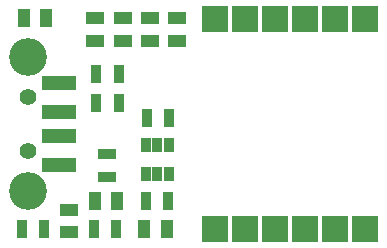
<source format=gbr>
%FSLAX43Y43*%
%MOMM*%
G71*
G01*
G75*
G04 Layer_Color=8388736*
%ADD10R,2.700X1.000*%
%ADD11R,0.762X1.372*%
%ADD12R,0.650X1.100*%
%ADD13R,0.864X1.372*%
%ADD14R,1.372X0.762*%
%ADD15R,2.032X2.032*%
%ADD16R,1.372X0.864*%
%ADD17C,0.200*%
%ADD18C,1.200*%
%ADD19C,3.000*%
%ADD20C,0.800*%
%ADD21O,2.100X0.300*%
%ADD22O,0.300X2.100*%
%ADD23R,1.300X1.000*%
%ADD24C,0.250*%
%ADD25C,0.508*%
%ADD26C,0.152*%
%ADD27R,2.903X1.203*%
%ADD28R,0.965X1.575*%
%ADD29R,0.853X1.303*%
%ADD30R,1.067X1.575*%
%ADD31R,1.575X0.965*%
%ADD32R,2.235X2.235*%
%ADD33R,1.575X1.067*%
%ADD34C,1.403*%
%ADD35C,3.203*%
D27*
X17300Y7000D02*
D03*
Y9500D02*
D03*
Y11500D02*
D03*
Y14000D02*
D03*
D28*
X24747Y11000D02*
D03*
X26653D02*
D03*
X26552Y4000D02*
D03*
X24647D02*
D03*
X20448Y14700D02*
D03*
X22353D02*
D03*
X20448Y12300D02*
D03*
X22353D02*
D03*
X16052Y1600D02*
D03*
X14148D02*
D03*
X20247D02*
D03*
X22153D02*
D03*
D29*
X26600Y8700D02*
D03*
X25650D02*
D03*
X24700D02*
D03*
Y6300D02*
D03*
X25650D02*
D03*
X26600D02*
D03*
D30*
X26452Y1600D02*
D03*
X24548D02*
D03*
X22253Y4000D02*
D03*
X20347D02*
D03*
X14347Y19500D02*
D03*
X16253D02*
D03*
D31*
X21400Y6048D02*
D03*
Y7952D02*
D03*
D32*
X43224Y1620D02*
D03*
X40684D02*
D03*
X38144D02*
D03*
X35604D02*
D03*
X33064D02*
D03*
X30524D02*
D03*
X43224Y19400D02*
D03*
X40684D02*
D03*
X38144D02*
D03*
X35604D02*
D03*
X33064D02*
D03*
X30524D02*
D03*
D33*
X18200Y1347D02*
D03*
Y3253D02*
D03*
X25000Y17548D02*
D03*
Y19452D02*
D03*
X20400Y17548D02*
D03*
Y19452D02*
D03*
X22700Y17548D02*
D03*
Y19452D02*
D03*
X27300Y17548D02*
D03*
Y19452D02*
D03*
D34*
X14700Y8250D02*
D03*
Y12750D02*
D03*
D35*
Y4800D02*
D03*
Y16200D02*
D03*
M02*

</source>
